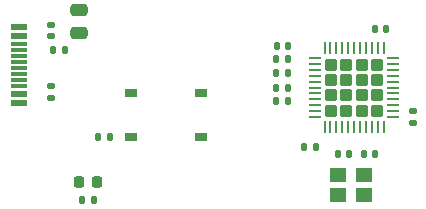
<source format=gbr>
%TF.GenerationSoftware,KiCad,Pcbnew,7.0.6*%
%TF.CreationDate,2023-09-20T14:55:28-04:00*%
%TF.ProjectId,32U4_NES_SNES_adapter,33325534-5f4e-4455-935f-534e45535f61,rev?*%
%TF.SameCoordinates,Original*%
%TF.FileFunction,Paste,Top*%
%TF.FilePolarity,Positive*%
%FSLAX46Y46*%
G04 Gerber Fmt 4.6, Leading zero omitted, Abs format (unit mm)*
G04 Created by KiCad (PCBNEW 7.0.6) date 2023-09-20 14:55:28*
%MOMM*%
%LPD*%
G01*
G04 APERTURE LIST*
G04 Aperture macros list*
%AMRoundRect*
0 Rectangle with rounded corners*
0 $1 Rounding radius*
0 $2 $3 $4 $5 $6 $7 $8 $9 X,Y pos of 4 corners*
0 Add a 4 corners polygon primitive as box body*
4,1,4,$2,$3,$4,$5,$6,$7,$8,$9,$2,$3,0*
0 Add four circle primitives for the rounded corners*
1,1,$1+$1,$2,$3*
1,1,$1+$1,$4,$5*
1,1,$1+$1,$6,$7*
1,1,$1+$1,$8,$9*
0 Add four rect primitives between the rounded corners*
20,1,$1+$1,$2,$3,$4,$5,0*
20,1,$1+$1,$4,$5,$6,$7,0*
20,1,$1+$1,$6,$7,$8,$9,0*
20,1,$1+$1,$8,$9,$2,$3,0*%
G04 Aperture macros list end*
%ADD10RoundRect,0.140000X0.140000X0.170000X-0.140000X0.170000X-0.140000X-0.170000X0.140000X-0.170000X0*%
%ADD11RoundRect,0.135000X-0.135000X-0.185000X0.135000X-0.185000X0.135000X0.185000X-0.135000X0.185000X0*%
%ADD12RoundRect,0.135000X0.135000X0.185000X-0.135000X0.185000X-0.135000X-0.185000X0.135000X-0.185000X0*%
%ADD13RoundRect,0.218750X0.218750X0.256250X-0.218750X0.256250X-0.218750X-0.256250X0.218750X-0.256250X0*%
%ADD14R,1.000000X0.750000*%
%ADD15RoundRect,0.250000X-0.275000X-0.275000X0.275000X-0.275000X0.275000X0.275000X-0.275000X0.275000X0*%
%ADD16RoundRect,0.062500X-0.475000X-0.062500X0.475000X-0.062500X0.475000X0.062500X-0.475000X0.062500X0*%
%ADD17RoundRect,0.062500X-0.062500X-0.475000X0.062500X-0.475000X0.062500X0.475000X-0.062500X0.475000X0*%
%ADD18RoundRect,0.135000X0.185000X-0.135000X0.185000X0.135000X-0.185000X0.135000X-0.185000X-0.135000X0*%
%ADD19RoundRect,0.140000X-0.170000X0.140000X-0.170000X-0.140000X0.170000X-0.140000X0.170000X0.140000X0*%
%ADD20R,1.400000X1.200000*%
%ADD21RoundRect,0.250000X0.475000X-0.250000X0.475000X0.250000X-0.475000X0.250000X-0.475000X-0.250000X0*%
%ADD22RoundRect,0.140000X-0.140000X-0.170000X0.140000X-0.170000X0.140000X0.170000X-0.140000X0.170000X0*%
%ADD23R,1.450000X0.600000*%
%ADD24R,1.450000X0.300000*%
%ADD25RoundRect,0.140000X0.170000X-0.140000X0.170000X0.140000X-0.170000X0.140000X-0.170000X-0.140000X0*%
G04 APERTURE END LIST*
D10*
%TO.C,C9*%
X119250400Y-97028000D03*
X118290400Y-97028000D03*
%TD*%
%TO.C,C7*%
X121587200Y-105587800D03*
X120627200Y-105587800D03*
%TD*%
%TO.C,C8*%
X119225000Y-101727000D03*
X118265000Y-101727000D03*
%TD*%
D11*
%TO.C,R6*%
X118235000Y-98171000D03*
X119255000Y-98171000D03*
%TD*%
%TO.C,R3*%
X104142000Y-104770400D03*
X103122000Y-104770400D03*
%TD*%
D12*
%TO.C,R4*%
X101801200Y-110121750D03*
X102821200Y-110121750D03*
%TD*%
D10*
%TO.C,C10*%
X119225000Y-100584000D03*
X118265000Y-100584000D03*
%TD*%
D13*
%TO.C,D1*%
X103098700Y-108597750D03*
X101523700Y-108597750D03*
%TD*%
D11*
%TO.C,R5*%
X118235000Y-99314000D03*
X119255000Y-99314000D03*
%TD*%
D14*
%TO.C,S1*%
X111922500Y-104770400D03*
X105922500Y-104770400D03*
X111922500Y-101020400D03*
X105922500Y-101020400D03*
%TD*%
D12*
%TO.C,R2*%
X100332000Y-97429000D03*
X99312000Y-97429000D03*
%TD*%
D15*
%TO.C,U1*%
X122891000Y-98634000D03*
X122891000Y-99934000D03*
X122891000Y-101234000D03*
X122891000Y-102534000D03*
X124191000Y-98634000D03*
X124191000Y-99934000D03*
X124191000Y-101234000D03*
X124191000Y-102534000D03*
X125491000Y-98634000D03*
X125491000Y-99934000D03*
X125491000Y-101234000D03*
X125491000Y-102534000D03*
X126791000Y-98634000D03*
X126791000Y-99934000D03*
X126791000Y-101234000D03*
X126791000Y-102534000D03*
D16*
X121503500Y-98084000D03*
X121503500Y-98584000D03*
X121503500Y-99084000D03*
X121503500Y-99584000D03*
X121503500Y-100084000D03*
X121503500Y-100584000D03*
X121503500Y-101084000D03*
X121503500Y-101584000D03*
X121503500Y-102084000D03*
X121503500Y-102584000D03*
X121503500Y-103084000D03*
D17*
X122341000Y-103921500D03*
X122841000Y-103921500D03*
X123341000Y-103921500D03*
X123841000Y-103921500D03*
X124341000Y-103921500D03*
X124841000Y-103921500D03*
X125341000Y-103921500D03*
X125841000Y-103921500D03*
X126341000Y-103921500D03*
X126841000Y-103921500D03*
X127341000Y-103921500D03*
D16*
X128178500Y-103084000D03*
X128178500Y-102584000D03*
X128178500Y-102084000D03*
X128178500Y-101584000D03*
X128178500Y-101084000D03*
X128178500Y-100584000D03*
X128178500Y-100084000D03*
X128178500Y-99584000D03*
X128178500Y-99084000D03*
X128178500Y-98584000D03*
X128178500Y-98084000D03*
D17*
X127341000Y-97246500D03*
X126841000Y-97246500D03*
X126341000Y-97246500D03*
X125841000Y-97246500D03*
X125341000Y-97246500D03*
X124841000Y-97246500D03*
X124341000Y-97246500D03*
X123841000Y-97246500D03*
X123341000Y-97246500D03*
X122841000Y-97246500D03*
X122341000Y-97246500D03*
%TD*%
D18*
%TO.C,R1*%
X99187000Y-101449000D03*
X99187000Y-100429000D03*
%TD*%
D19*
%TO.C,C6*%
X129794000Y-102584000D03*
X129794000Y-103544000D03*
%TD*%
D20*
%TO.C,Y1*%
X125687000Y-108012000D03*
X123487000Y-108012000D03*
X123487000Y-109712000D03*
X125687000Y-109712000D03*
%TD*%
D10*
%TO.C,C1*%
X126647000Y-106172000D03*
X125687000Y-106172000D03*
%TD*%
D21*
%TO.C,C4*%
X101523800Y-95946000D03*
X101523800Y-94046000D03*
%TD*%
D22*
%TO.C,C2*%
X123472000Y-106172000D03*
X124432000Y-106172000D03*
%TD*%
D10*
%TO.C,C5*%
X126618000Y-95631000D03*
X127578000Y-95631000D03*
%TD*%
D23*
%TO.C,J1*%
X96450500Y-95429000D03*
X96450500Y-96229000D03*
D24*
X96450500Y-97429000D03*
X96450500Y-98429000D03*
X96450500Y-98929000D03*
X96450500Y-99929000D03*
D23*
X96450500Y-101929000D03*
X96450500Y-101129000D03*
D24*
X96450500Y-100429000D03*
X96450500Y-99429000D03*
X96450500Y-97929000D03*
X96450500Y-96929000D03*
%TD*%
D25*
%TO.C,C3*%
X99187000Y-96238000D03*
X99187000Y-95278000D03*
%TD*%
M02*

</source>
